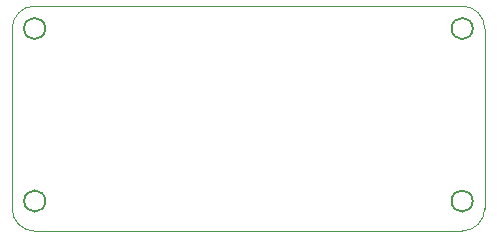
<source format=gbr>
%TF.GenerationSoftware,KiCad,Pcbnew,8.0.6*%
%TF.CreationDate,2025-06-18T20:25:26+05:30*%
%TF.ProjectId,Tiny Solar Suppy,54696e79-2053-46f6-9c61-722053757070,rev?*%
%TF.SameCoordinates,Original*%
%TF.FileFunction,Profile,NP*%
%FSLAX46Y46*%
G04 Gerber Fmt 4.6, Leading zero omitted, Abs format (unit mm)*
G04 Created by KiCad (PCBNEW 8.0.6) date 2025-06-18 20:25:26*
%MOMM*%
%LPD*%
G01*
G04 APERTURE LIST*
%TA.AperFunction,Profile*%
%ADD10C,0.050000*%
%TD*%
%TA.AperFunction,Profile*%
%ADD11C,0.200000*%
%TD*%
G04 APERTURE END LIST*
D10*
X57147177Y-92072177D02*
X57147177Y-107312177D01*
X59055000Y-109222825D02*
G75*
G02*
X57147177Y-107312177I0J1907825D01*
G01*
X59055000Y-109220000D02*
X95250000Y-109220000D01*
X97159367Y-92079368D02*
X97159367Y-107315000D01*
X97155000Y-107315000D02*
G75*
G02*
X95250000Y-109220000I-1905000J0D01*
G01*
X59055000Y-90170000D02*
X95250000Y-90170000D01*
X95250000Y-90165628D02*
G75*
G02*
X97159367Y-92079368I0J-1909372D01*
G01*
D11*
X59953026Y-92075000D02*
G75*
G02*
X58156974Y-92075000I-898026J0D01*
G01*
X58156974Y-92075000D02*
G75*
G02*
X59953026Y-92075000I898026J0D01*
G01*
X59953026Y-106680000D02*
G75*
G02*
X58156974Y-106680000I-898026J0D01*
G01*
X58156974Y-106680000D02*
G75*
G02*
X59953026Y-106680000I898026J0D01*
G01*
X96148026Y-106680000D02*
G75*
G02*
X94351974Y-106680000I-898026J0D01*
G01*
X94351974Y-106680000D02*
G75*
G02*
X96148026Y-106680000I898026J0D01*
G01*
X96148026Y-92075000D02*
G75*
G02*
X94351974Y-92075000I-898026J0D01*
G01*
X94351974Y-92075000D02*
G75*
G02*
X96148026Y-92075000I898026J0D01*
G01*
D10*
X57150000Y-92075000D02*
G75*
G02*
X59055000Y-90170000I1905000J0D01*
G01*
M02*

</source>
